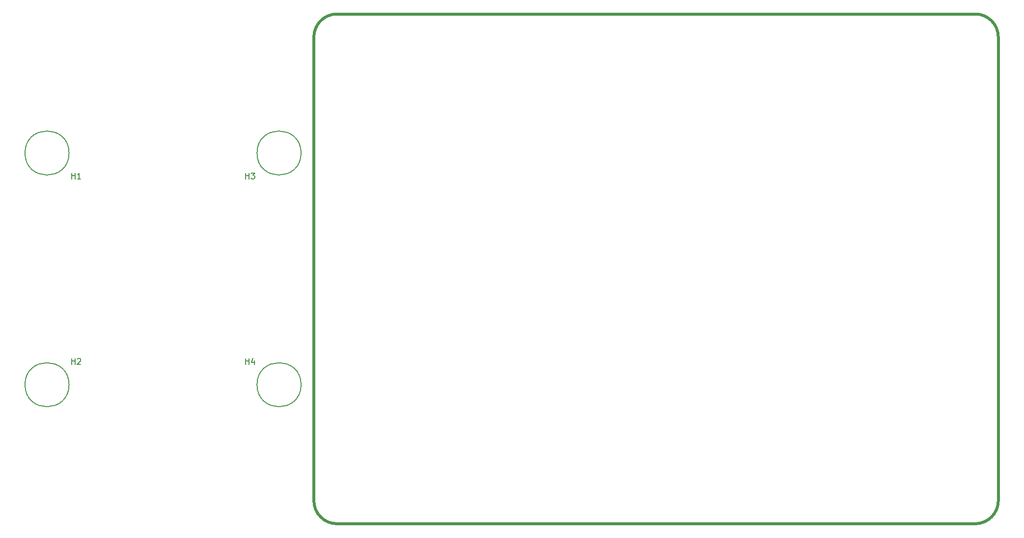
<source format=gto>
%TF.GenerationSoftware,KiCad,Pcbnew,(5.1.6)-1*%
%TF.CreationDate,2021-12-25T16:32:49-05:00*%
%TF.ProjectId,area,61726561-2e6b-4696-9361-645f70636258,rev?*%
%TF.SameCoordinates,Original*%
%TF.FileFunction,Legend,Top*%
%TF.FilePolarity,Positive*%
%FSLAX46Y46*%
G04 Gerber Fmt 4.6, Leading zero omitted, Abs format (unit mm)*
G04 Created by KiCad (PCBNEW (5.1.6)-1) date 2021-12-25 16:32:49*
%MOMM*%
%LPD*%
G01*
G04 APERTURE LIST*
%ADD10C,0.500000*%
%ADD11C,0.200000*%
%ADD12C,0.150000*%
G04 APERTURE END LIST*
D10*
X233000000Y-135000000D02*
X233000000Y-55000000D01*
X119000000Y-139000000D02*
X229000000Y-139000000D01*
X115000000Y-55000000D02*
X115000000Y-135000000D01*
X229000000Y-51000000D02*
X119000000Y-51000000D01*
X229000000Y-51000000D02*
G75*
G02*
X233000000Y-55000000I0J-4000000D01*
G01*
X233000000Y-135000000D02*
G75*
G02*
X229000000Y-139000000I-4000000J0D01*
G01*
X119000000Y-139000000D02*
G75*
G02*
X115000000Y-135000000I0J4000000D01*
G01*
X115000000Y-55000000D02*
G75*
G02*
X119000000Y-51000000I4000000J0D01*
G01*
D11*
%TO.C,H4*%
X112800000Y-115000000D02*
G75*
G03*
X112800000Y-115000000I-3800000J0D01*
G01*
%TO.C,H3*%
X112800000Y-75000000D02*
G75*
G03*
X112800000Y-75000000I-3800000J0D01*
G01*
%TO.C,H2*%
X72800000Y-115000000D02*
G75*
G03*
X72800000Y-115000000I-3800000J0D01*
G01*
%TO.C,H1*%
X72800000Y-75000000D02*
G75*
G03*
X72800000Y-75000000I-3800000J0D01*
G01*
%TO.C,H4*%
D12*
X103238095Y-111452380D02*
X103238095Y-110452380D01*
X103238095Y-110928571D02*
X103809523Y-110928571D01*
X103809523Y-111452380D02*
X103809523Y-110452380D01*
X104714285Y-110785714D02*
X104714285Y-111452380D01*
X104476190Y-110404761D02*
X104238095Y-111119047D01*
X104857142Y-111119047D01*
%TO.C,H3*%
X103238095Y-79452380D02*
X103238095Y-78452380D01*
X103238095Y-78928571D02*
X103809523Y-78928571D01*
X103809523Y-79452380D02*
X103809523Y-78452380D01*
X104190476Y-78452380D02*
X104809523Y-78452380D01*
X104476190Y-78833333D01*
X104619047Y-78833333D01*
X104714285Y-78880952D01*
X104761904Y-78928571D01*
X104809523Y-79023809D01*
X104809523Y-79261904D01*
X104761904Y-79357142D01*
X104714285Y-79404761D01*
X104619047Y-79452380D01*
X104333333Y-79452380D01*
X104238095Y-79404761D01*
X104190476Y-79357142D01*
%TO.C,H2*%
X73238095Y-111452380D02*
X73238095Y-110452380D01*
X73238095Y-110928571D02*
X73809523Y-110928571D01*
X73809523Y-111452380D02*
X73809523Y-110452380D01*
X74238095Y-110547619D02*
X74285714Y-110500000D01*
X74380952Y-110452380D01*
X74619047Y-110452380D01*
X74714285Y-110500000D01*
X74761904Y-110547619D01*
X74809523Y-110642857D01*
X74809523Y-110738095D01*
X74761904Y-110880952D01*
X74190476Y-111452380D01*
X74809523Y-111452380D01*
%TO.C,H1*%
X73238095Y-79452380D02*
X73238095Y-78452380D01*
X73238095Y-78928571D02*
X73809523Y-78928571D01*
X73809523Y-79452380D02*
X73809523Y-78452380D01*
X74809523Y-79452380D02*
X74238095Y-79452380D01*
X74523809Y-79452380D02*
X74523809Y-78452380D01*
X74428571Y-78595238D01*
X74333333Y-78690476D01*
X74238095Y-78738095D01*
%TD*%
M02*

</source>
